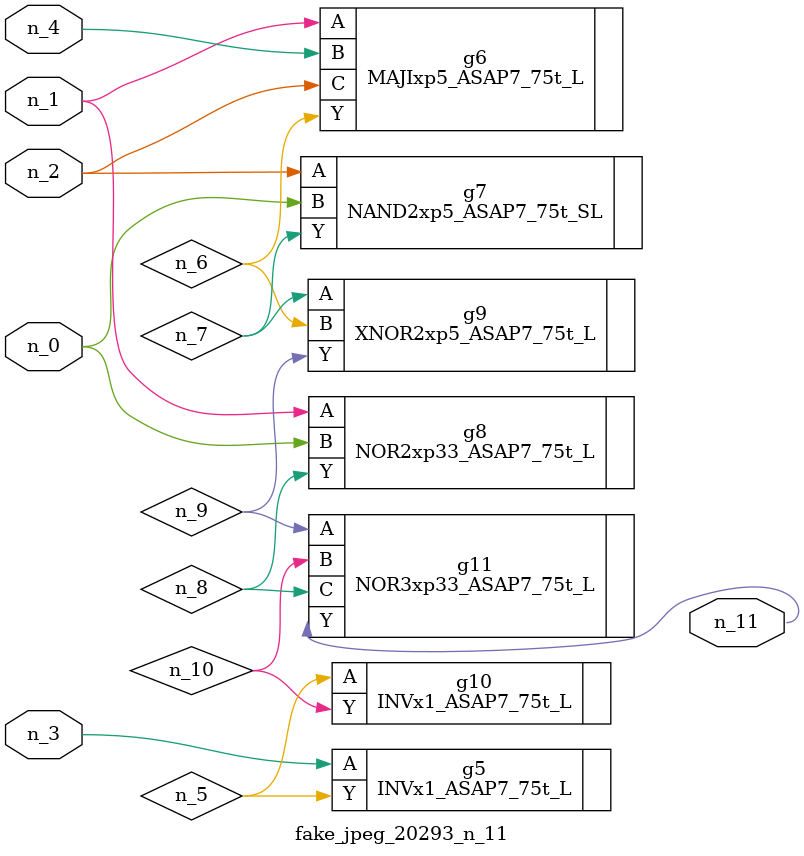
<source format=v>
module fake_jpeg_20293_n_11 (n_3, n_2, n_1, n_0, n_4, n_11);

input n_3;
input n_2;
input n_1;
input n_0;
input n_4;

output n_11;

wire n_10;
wire n_8;
wire n_9;
wire n_6;
wire n_5;
wire n_7;

INVx1_ASAP7_75t_L g5 ( 
.A(n_3),
.Y(n_5)
);

MAJIxp5_ASAP7_75t_L g6 ( 
.A(n_1),
.B(n_4),
.C(n_2),
.Y(n_6)
);

NAND2xp5_ASAP7_75t_SL g7 ( 
.A(n_2),
.B(n_0),
.Y(n_7)
);

NOR2xp33_ASAP7_75t_L g8 ( 
.A(n_1),
.B(n_0),
.Y(n_8)
);

XNOR2xp5_ASAP7_75t_L g9 ( 
.A(n_7),
.B(n_6),
.Y(n_9)
);

NOR3xp33_ASAP7_75t_L g11 ( 
.A(n_9),
.B(n_10),
.C(n_8),
.Y(n_11)
);

INVx1_ASAP7_75t_L g10 ( 
.A(n_5),
.Y(n_10)
);


endmodule
</source>
